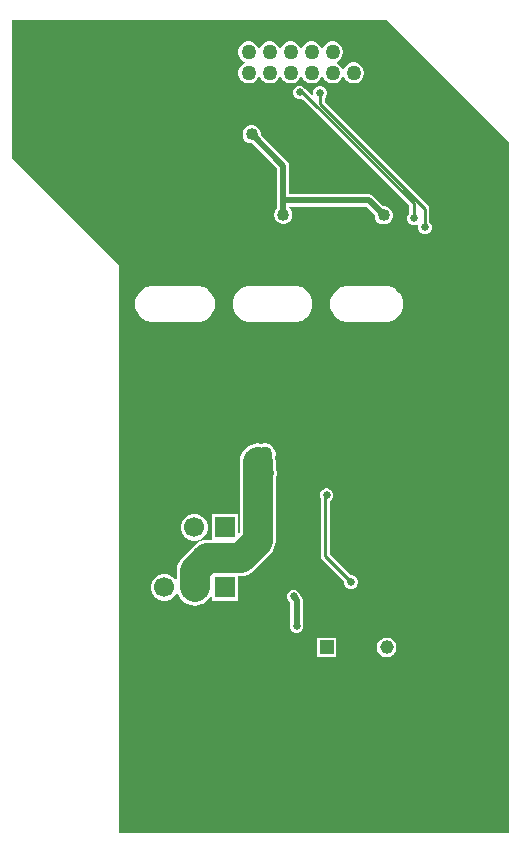
<source format=gbl>
G04*
G04 #@! TF.GenerationSoftware,Altium Limited,Altium Designer,24.7.2 (38)*
G04*
G04 Layer_Physical_Order=2*
G04 Layer_Color=16711680*
%FSLAX44Y44*%
%MOMM*%
G71*
G04*
G04 #@! TF.SameCoordinates,60CCB1E2-045B-4953-842A-C3EC13AC8E9E*
G04*
G04*
G04 #@! TF.FilePolarity,Positive*
G04*
G01*
G75*
%ADD60R,1.1500X1.1500*%
%ADD61C,1.1500*%
%ADD70C,0.2540*%
%ADD71C,0.5080*%
%ADD72C,2.5400*%
%ADD73R,1.7000X1.7000*%
%ADD74C,1.7000*%
%ADD75R,1.2700X1.2700*%
%ADD76C,1.2700*%
%ADD77C,1.0160*%
%ADD78C,0.6350*%
G36*
X1000063Y1019739D02*
Y867410D01*
X1000063Y435037D01*
X669987D01*
Y914400D01*
X669741Y915639D01*
X669039Y916689D01*
X579817Y1005911D01*
Y1033145D01*
Y1095375D01*
Y1123253D01*
X896549D01*
X1000063Y1019739D01*
D02*
G37*
%LPC*%
G36*
X852070Y1104900D02*
X849730D01*
X847469Y1104294D01*
X845441Y1103124D01*
X843786Y1101469D01*
X842686Y1099563D01*
X842010Y1099460D01*
X841334Y1099563D01*
X840234Y1101469D01*
X838579Y1103124D01*
X836551Y1104294D01*
X834290Y1104900D01*
X831950D01*
X829689Y1104294D01*
X827661Y1103124D01*
X826006Y1101469D01*
X824906Y1099563D01*
X824230Y1099460D01*
X823554Y1099563D01*
X822454Y1101469D01*
X820799Y1103124D01*
X818771Y1104294D01*
X816510Y1104900D01*
X814170D01*
X811909Y1104294D01*
X809881Y1103124D01*
X808226Y1101469D01*
X807126Y1099563D01*
X806450Y1099460D01*
X805774Y1099563D01*
X804674Y1101469D01*
X803019Y1103124D01*
X800991Y1104294D01*
X798730Y1104900D01*
X796390D01*
X794129Y1104294D01*
X792101Y1103124D01*
X790446Y1101469D01*
X789346Y1099563D01*
X788670Y1099460D01*
X787994Y1099563D01*
X786894Y1101469D01*
X785239Y1103124D01*
X783211Y1104294D01*
X780950Y1104900D01*
X778610D01*
X776349Y1104294D01*
X774321Y1103124D01*
X772666Y1101469D01*
X771496Y1099441D01*
X770890Y1097180D01*
Y1094840D01*
X771496Y1092579D01*
X772666Y1090551D01*
X774321Y1088896D01*
X776227Y1087796D01*
X776330Y1087120D01*
X776227Y1086444D01*
X774321Y1085344D01*
X772666Y1083689D01*
X771496Y1081661D01*
X770890Y1079400D01*
Y1077060D01*
X771496Y1074799D01*
X772666Y1072771D01*
X774321Y1071116D01*
X776349Y1069946D01*
X778610Y1069340D01*
X780950D01*
X783211Y1069946D01*
X785239Y1071116D01*
X786894Y1072771D01*
X787994Y1074677D01*
X788670Y1074780D01*
X789346Y1074677D01*
X790446Y1072771D01*
X792101Y1071116D01*
X794129Y1069946D01*
X796390Y1069340D01*
X798730D01*
X800991Y1069946D01*
X803019Y1071116D01*
X804674Y1072771D01*
X805774Y1074677D01*
X806450Y1074780D01*
X807126Y1074677D01*
X808226Y1072771D01*
X809881Y1071116D01*
X811909Y1069946D01*
X814170Y1069340D01*
X816510D01*
X818771Y1069946D01*
X820799Y1071116D01*
X822454Y1072771D01*
X823554Y1074677D01*
X824230Y1074780D01*
X824906Y1074677D01*
X826006Y1072771D01*
X827661Y1071116D01*
X829689Y1069946D01*
X831950Y1069340D01*
X834290D01*
X836551Y1069946D01*
X838579Y1071116D01*
X840234Y1072771D01*
X841334Y1074677D01*
X842010Y1074780D01*
X842686Y1074677D01*
X843786Y1072771D01*
X845441Y1071116D01*
X847469Y1069946D01*
X849730Y1069340D01*
X852070D01*
X854331Y1069946D01*
X856359Y1071116D01*
X858014Y1072771D01*
X859114Y1074677D01*
X859790Y1074780D01*
X860466Y1074677D01*
X861566Y1072771D01*
X863221Y1071116D01*
X865249Y1069946D01*
X867510Y1069340D01*
X869850D01*
X872111Y1069946D01*
X874139Y1071116D01*
X875794Y1072771D01*
X876964Y1074799D01*
X877570Y1077060D01*
Y1079400D01*
X876964Y1081661D01*
X875794Y1083689D01*
X874139Y1085344D01*
X872111Y1086514D01*
X869850Y1087120D01*
X867510D01*
X865249Y1086514D01*
X863221Y1085344D01*
X861566Y1083689D01*
X860466Y1081783D01*
X859790Y1081680D01*
X859114Y1081783D01*
X858014Y1083689D01*
X856359Y1085344D01*
X854453Y1086444D01*
X854350Y1087120D01*
X854453Y1087796D01*
X856359Y1088896D01*
X858014Y1090551D01*
X859184Y1092579D01*
X859790Y1094840D01*
Y1097180D01*
X859184Y1099441D01*
X858014Y1101469D01*
X856359Y1103124D01*
X854331Y1104294D01*
X852070Y1104900D01*
D02*
G37*
G36*
X783323Y1033780D02*
X781317D01*
X779379Y1033261D01*
X777641Y1032258D01*
X776223Y1030839D01*
X775219Y1029101D01*
X774700Y1027163D01*
Y1025157D01*
X775219Y1023219D01*
X776223Y1021481D01*
X777641Y1020062D01*
X779379Y1019059D01*
X781317Y1018540D01*
X782615D01*
X804020Y997135D01*
Y970280D01*
Y963594D01*
X803102Y962676D01*
X802099Y960938D01*
X801580Y959000D01*
Y956994D01*
X802099Y955056D01*
X803102Y953318D01*
X804521Y951899D01*
X806259Y950896D01*
X808197Y950377D01*
X810203D01*
X812141Y950896D01*
X813879Y951899D01*
X815297Y953318D01*
X816301Y955056D01*
X816820Y956994D01*
Y959000D01*
X816301Y960938D01*
X815297Y962676D01*
X814380Y963594D01*
Y965100D01*
X879235D01*
X886460Y957875D01*
Y956577D01*
X886979Y954639D01*
X887982Y952901D01*
X889401Y951482D01*
X891139Y950479D01*
X893077Y949960D01*
X895083D01*
X897021Y950479D01*
X898759Y951482D01*
X900178Y952901D01*
X901181Y954639D01*
X901700Y956577D01*
Y958583D01*
X901181Y960521D01*
X900178Y962259D01*
X898759Y963678D01*
X897021Y964681D01*
X895083Y965200D01*
X893785D01*
X885042Y973942D01*
X883362Y975065D01*
X881380Y975460D01*
X814380D01*
Y999280D01*
X813985Y1001262D01*
X812862Y1002943D01*
X789940Y1025865D01*
Y1027163D01*
X789421Y1029101D01*
X788418Y1030839D01*
X786999Y1032258D01*
X785261Y1033261D01*
X783323Y1033780D01*
D02*
G37*
G36*
X824097Y1067435D02*
X821823D01*
X819723Y1066565D01*
X818115Y1064957D01*
X817245Y1062857D01*
Y1060583D01*
X818115Y1058483D01*
X819723Y1056875D01*
X821823Y1056005D01*
X824097D01*
X825246Y1056481D01*
X915595Y966131D01*
Y959238D01*
X914635Y958277D01*
X913765Y956177D01*
Y953903D01*
X914635Y951803D01*
X916243Y950195D01*
X918343Y949325D01*
X920617D01*
X922568Y950133D01*
X923033Y949868D01*
X923593Y949288D01*
X923290Y948557D01*
Y946283D01*
X924160Y944183D01*
X925768Y942575D01*
X927868Y941705D01*
X930142D01*
X932242Y942575D01*
X933850Y944183D01*
X934720Y946283D01*
Y948557D01*
X933850Y950657D01*
X932890Y951618D01*
Y963295D01*
X932594Y964782D01*
X931752Y966042D01*
X926657Y971136D01*
X926037Y972065D01*
X844130Y1053971D01*
Y1057028D01*
X845091Y1057989D01*
X845961Y1060089D01*
Y1062363D01*
X845091Y1064463D01*
X843483Y1066071D01*
X841383Y1066941D01*
X839109D01*
X837009Y1066071D01*
X835401Y1064463D01*
X834531Y1062363D01*
Y1060089D01*
X834609Y1059901D01*
X833532Y1059182D01*
X828976Y1063738D01*
X828055Y1064353D01*
X827805Y1064957D01*
X826197Y1066565D01*
X824097Y1067435D01*
D02*
G37*
G36*
X897022Y897940D02*
X862563D01*
X862231Y897874D01*
X861893Y897851D01*
X858663Y896986D01*
X858359Y896836D01*
X858038Y896727D01*
X855142Y895055D01*
X854887Y894832D01*
X854606Y894644D01*
X852241Y892279D01*
X852053Y891998D01*
X851830Y891743D01*
X850158Y888847D01*
X850049Y888526D01*
X849899Y888222D01*
X849034Y884992D01*
X849011Y884654D01*
X848945Y884322D01*
Y880978D01*
X849011Y880646D01*
X849034Y880308D01*
X849899Y877078D01*
X850049Y876774D01*
X850158Y876453D01*
X851830Y873557D01*
X852053Y873303D01*
X852241Y873021D01*
X854606Y870656D01*
X854887Y870468D01*
X855142Y870245D01*
X858038Y868573D01*
X858359Y868464D01*
X858663Y868314D01*
X861893Y867449D01*
X862231Y867426D01*
X862563Y867360D01*
X897022D01*
X897354Y867426D01*
X897692Y867449D01*
X900922Y868314D01*
X901226Y868464D01*
X901547Y868573D01*
X904443Y870245D01*
X904697Y870468D01*
X904979Y870656D01*
X907344Y873021D01*
X907532Y873303D01*
X907755Y873557D01*
X909427Y876453D01*
X909536Y876774D01*
X909686Y877078D01*
X910552Y880308D01*
X910574Y880646D01*
X910640Y880978D01*
Y884322D01*
X910574Y884654D01*
X910552Y884992D01*
X909686Y888222D01*
X909536Y888526D01*
X909427Y888847D01*
X907755Y891743D01*
X907532Y891998D01*
X907344Y892279D01*
X904979Y894644D01*
X904697Y894832D01*
X904443Y895055D01*
X901547Y896727D01*
X901226Y896836D01*
X900922Y896986D01*
X897692Y897851D01*
X897354Y897874D01*
X897022Y897940D01*
D02*
G37*
G36*
X820187D02*
X780013D01*
X779681Y897874D01*
X779343Y897851D01*
X776113Y896986D01*
X775809Y896836D01*
X775488Y896727D01*
X772592Y895055D01*
X772337Y894832D01*
X772056Y894644D01*
X769691Y892279D01*
X769503Y891998D01*
X769280Y891743D01*
X767608Y888847D01*
X767499Y888526D01*
X767349Y888222D01*
X766484Y884992D01*
X766461Y884654D01*
X766395Y884322D01*
Y880978D01*
X766461Y880646D01*
X766484Y880308D01*
X767349Y877078D01*
X767499Y876774D01*
X767608Y876453D01*
X769280Y873557D01*
X769503Y873303D01*
X769691Y873021D01*
X772056Y870656D01*
X772337Y870468D01*
X772592Y870245D01*
X775488Y868573D01*
X775809Y868464D01*
X776113Y868314D01*
X779343Y867449D01*
X779681Y867426D01*
X780013Y867360D01*
X820187D01*
X820519Y867426D01*
X820857Y867449D01*
X824087Y868314D01*
X824391Y868464D01*
X824712Y868573D01*
X827608Y870245D01*
X827862Y870468D01*
X828144Y870656D01*
X830509Y873021D01*
X830697Y873303D01*
X830920Y873557D01*
X832592Y876453D01*
X832701Y876774D01*
X832851Y877078D01*
X833717Y880308D01*
X833739Y880646D01*
X833805Y880978D01*
Y884322D01*
X833739Y884654D01*
X833717Y884992D01*
X832851Y888222D01*
X832701Y888526D01*
X832592Y888847D01*
X830920Y891743D01*
X830697Y891998D01*
X830509Y892279D01*
X828144Y894644D01*
X827862Y894832D01*
X827608Y895055D01*
X824712Y896727D01*
X824391Y896836D01*
X824087Y896986D01*
X820857Y897851D01*
X820519Y897874D01*
X820187Y897940D01*
D02*
G37*
G36*
X737637D02*
X697463D01*
X697131Y897874D01*
X696793Y897851D01*
X693563Y896986D01*
X693259Y896836D01*
X692938Y896727D01*
X690042Y895055D01*
X689788Y894832D01*
X689506Y894644D01*
X687141Y892279D01*
X686953Y891998D01*
X686730Y891743D01*
X685058Y888847D01*
X684949Y888526D01*
X684799Y888222D01*
X683933Y884992D01*
X683911Y884654D01*
X683845Y884322D01*
Y880978D01*
X683911Y880646D01*
X683933Y880308D01*
X684799Y877078D01*
X684949Y876774D01*
X685058Y876453D01*
X686730Y873557D01*
X686953Y873303D01*
X687141Y873021D01*
X689506Y870656D01*
X689788Y870468D01*
X690042Y870245D01*
X692938Y868573D01*
X693259Y868464D01*
X693563Y868314D01*
X696793Y867449D01*
X697131Y867426D01*
X697463Y867360D01*
X737637D01*
X737969Y867426D01*
X738307Y867449D01*
X741537Y868314D01*
X741841Y868464D01*
X742162Y868573D01*
X745058Y870245D01*
X745312Y870468D01*
X745594Y870656D01*
X747959Y873021D01*
X748147Y873303D01*
X748370Y873557D01*
X750042Y876453D01*
X750151Y876774D01*
X750301Y877078D01*
X751167Y880308D01*
X751189Y880646D01*
X751255Y880978D01*
Y884322D01*
X751189Y884654D01*
X751167Y884992D01*
X750301Y888222D01*
X750151Y888526D01*
X750042Y888847D01*
X748370Y891743D01*
X748147Y891998D01*
X747959Y892279D01*
X745594Y894644D01*
X745312Y894832D01*
X745058Y895055D01*
X742162Y896727D01*
X741841Y896836D01*
X741537Y896986D01*
X738307Y897851D01*
X737969Y897874D01*
X737637Y897940D01*
D02*
G37*
G36*
X787400Y764590D02*
X784412Y764296D01*
X781540Y763424D01*
X778892Y762009D01*
X776572Y760105D01*
X774667Y757784D01*
X773252Y755137D01*
X772381Y752264D01*
X772086Y749276D01*
Y688864D01*
X771770Y688644D01*
X770500Y689309D01*
Y704460D01*
X748420D01*
Y682835D01*
X744831D01*
X744831Y682835D01*
X741843Y682541D01*
X738970Y681669D01*
X736323Y680254D01*
X734002Y678350D01*
X723232Y667579D01*
X721327Y665258D01*
X719912Y662611D01*
X719041Y659738D01*
X718746Y656750D01*
Y649510D01*
X717520Y649182D01*
X717394Y649399D01*
X715339Y651454D01*
X712821Y652908D01*
X710013Y653660D01*
X707107D01*
X704299Y652908D01*
X701781Y651454D01*
X699726Y649399D01*
X698272Y646881D01*
X697520Y644073D01*
Y641167D01*
X698272Y638359D01*
X699726Y635841D01*
X701781Y633786D01*
X704299Y632332D01*
X707107Y631580D01*
X710013D01*
X712821Y632332D01*
X715339Y633786D01*
X717394Y635841D01*
X718357Y637509D01*
X719733Y637351D01*
X719912Y636760D01*
X721327Y634112D01*
X723232Y631791D01*
X725552Y629887D01*
X728200Y628472D01*
X731072Y627601D01*
X734060Y627306D01*
X737048Y627601D01*
X739920Y628472D01*
X742568Y629887D01*
X744889Y631791D01*
X746793Y634112D01*
X747250Y634967D01*
X748520Y634649D01*
Y631580D01*
X770600D01*
Y652207D01*
X773191D01*
X776179Y652502D01*
X779052Y653373D01*
X781699Y654788D01*
X784020Y656693D01*
X798229Y670901D01*
X800133Y673222D01*
X801548Y675869D01*
X802420Y678742D01*
X802714Y681730D01*
X802714Y681730D01*
Y734686D01*
X803304Y735709D01*
X803910Y737970D01*
Y740310D01*
X803304Y742571D01*
X802714Y743594D01*
Y749276D01*
X802420Y752264D01*
X802221Y752917D01*
X802640Y754480D01*
Y756820D01*
X802034Y759081D01*
X800864Y761109D01*
X799209Y762764D01*
X797181Y763934D01*
X794920Y764540D01*
X792580D01*
X790988Y764114D01*
X790388Y764296D01*
X787400Y764590D01*
D02*
G37*
G36*
X735413Y704460D02*
X732507D01*
X729699Y703708D01*
X727181Y702254D01*
X725126Y700199D01*
X723672Y697681D01*
X722920Y694873D01*
Y691967D01*
X723672Y689159D01*
X725126Y686641D01*
X727181Y684586D01*
X729699Y683132D01*
X732507Y682380D01*
X735413D01*
X738221Y683132D01*
X740739Y684586D01*
X742794Y686641D01*
X744248Y689159D01*
X745000Y691967D01*
Y694873D01*
X744248Y697681D01*
X742794Y700199D01*
X740739Y702254D01*
X738221Y703708D01*
X735413Y704460D01*
D02*
G37*
G36*
X846957Y726440D02*
X844683D01*
X842583Y725570D01*
X840975Y723962D01*
X840105Y721862D01*
Y719588D01*
X840665Y718235D01*
Y669290D01*
X840961Y667803D01*
X841803Y666543D01*
X860878Y647468D01*
Y646110D01*
X861748Y644009D01*
X863356Y642402D01*
X865457Y641532D01*
X867730D01*
X869831Y642402D01*
X871438Y644009D01*
X872308Y646110D01*
Y648383D01*
X871438Y650484D01*
X869831Y652092D01*
X867730Y652962D01*
X866372D01*
X848435Y670899D01*
Y715622D01*
X849057Y715880D01*
X850665Y717488D01*
X851535Y719588D01*
Y721862D01*
X850665Y723962D01*
X849057Y725570D01*
X846957Y726440D01*
D02*
G37*
G36*
X819017Y640715D02*
X816743D01*
X814643Y639845D01*
X813035Y638237D01*
X812165Y636137D01*
Y633863D01*
X813035Y631763D01*
X814643Y630155D01*
X815240Y629907D01*
Y612030D01*
X814705Y610737D01*
Y608463D01*
X815575Y606363D01*
X817183Y604755D01*
X819283Y603885D01*
X821557D01*
X823657Y604755D01*
X825265Y606363D01*
X826135Y608463D01*
Y610737D01*
X825600Y612030D01*
Y632116D01*
X825205Y634099D01*
X824082Y635779D01*
X823503Y636358D01*
X822725Y638237D01*
X821117Y639845D01*
X819017Y640715D01*
D02*
G37*
G36*
X897711Y600110D02*
X895529D01*
X893420Y599545D01*
X891530Y598454D01*
X889986Y596910D01*
X888895Y595020D01*
X888330Y592911D01*
Y590729D01*
X888895Y588620D01*
X889986Y586730D01*
X891530Y585186D01*
X893420Y584095D01*
X895529Y583530D01*
X897711D01*
X899820Y584095D01*
X901710Y585186D01*
X903254Y586730D01*
X904345Y588620D01*
X904910Y590729D01*
Y592911D01*
X904345Y595020D01*
X903254Y596910D01*
X901710Y598454D01*
X899820Y599545D01*
X897711Y600110D01*
D02*
G37*
G36*
X854110D02*
X837530D01*
Y583530D01*
X854110D01*
Y600110D01*
D02*
G37*
%LPD*%
D60*
X845820Y591820D02*
D03*
D61*
X871220Y566420D02*
D03*
X896620Y591820D02*
D03*
D70*
X923290Y969010D02*
X929005Y963295D01*
X840246Y1052362D02*
X923290Y969318D01*
X929005Y947420D02*
Y963295D01*
X840246Y1052362D02*
Y1061226D01*
X923290Y969010D02*
Y969318D01*
X844550Y669290D02*
X866593Y647247D01*
X845820Y719694D02*
Y720725D01*
X844550Y669290D02*
Y718424D01*
X845820Y719694D01*
X919480Y955040D02*
Y967740D01*
X826229Y1060991D02*
X919480Y967740D01*
X823689Y1060991D02*
X826229D01*
X822960Y1061720D02*
X823689Y1060991D01*
D71*
X817880Y634656D02*
X820420Y632116D01*
X817880Y634656D02*
Y635000D01*
X820420Y609600D02*
Y632116D01*
X809200Y970280D02*
Y999280D01*
Y957997D02*
Y970280D01*
X881380D01*
X894080Y957580D01*
X782320Y1026160D02*
X809200Y999280D01*
D72*
X787400Y681730D02*
Y749276D01*
X744831Y667521D02*
X773191D01*
X787400Y681730D01*
X734060Y656750D02*
X744831Y667521D01*
X734060Y642620D02*
Y656750D01*
D73*
X759560Y642620D02*
D03*
X759460Y693420D02*
D03*
D74*
X734060Y642620D02*
D03*
X708560D02*
D03*
X733960Y693420D02*
D03*
X708460D02*
D03*
D75*
X886460Y1096010D02*
D03*
D76*
X868680D02*
D03*
X850900D02*
D03*
X833120D02*
D03*
X815340D02*
D03*
X797560D02*
D03*
X779780D02*
D03*
X886460Y1078230D02*
D03*
X868680D02*
D03*
X850900D02*
D03*
X833120D02*
D03*
X815340D02*
D03*
X797560D02*
D03*
X779780D02*
D03*
X795020Y739140D02*
D03*
X781264Y746826D02*
D03*
X781050Y730250D02*
D03*
X793750Y755650D02*
D03*
D77*
X975360Y1013460D02*
D03*
X984250Y995680D02*
D03*
X975360Y977900D02*
D03*
X984250Y960120D02*
D03*
X975360Y942340D02*
D03*
X984250Y924560D02*
D03*
X975360Y906780D02*
D03*
X984250Y889000D02*
D03*
X975360Y871220D02*
D03*
X984250Y853440D02*
D03*
Y640080D02*
D03*
X975360Y622300D02*
D03*
X984250Y604520D02*
D03*
X975360Y586740D02*
D03*
X984250Y568960D02*
D03*
X957580Y1049020D02*
D03*
X966470Y995680D02*
D03*
Y960120D02*
D03*
X957580Y942340D02*
D03*
X966470Y924560D02*
D03*
X957580Y906780D02*
D03*
X966470Y889000D02*
D03*
X957580Y871220D02*
D03*
Y800100D02*
D03*
Y764540D02*
D03*
Y728980D02*
D03*
X966470Y604520D02*
D03*
X957580Y586740D02*
D03*
X966470Y568960D02*
D03*
Y497840D02*
D03*
X939800Y1049020D02*
D03*
X948690Y782320D02*
D03*
Y746760D02*
D03*
Y604520D02*
D03*
X939800Y586740D02*
D03*
X948690Y568960D02*
D03*
Y497840D02*
D03*
X922020Y1084580D02*
D03*
X930910Y1066800D02*
D03*
Y711200D02*
D03*
X922020Y586740D02*
D03*
X930910Y568960D02*
D03*
X922020Y551180D02*
D03*
Y444500D02*
D03*
X904240Y1084580D02*
D03*
X913130Y1066800D02*
D03*
X904240Y906780D02*
D03*
Y764540D02*
D03*
X913130Y711200D02*
D03*
Y568960D02*
D03*
X904240Y551180D02*
D03*
X913130Y533400D02*
D03*
X904240Y444500D02*
D03*
X895350Y1066800D02*
D03*
X886460Y1049020D02*
D03*
Y906780D02*
D03*
Y835660D02*
D03*
Y764540D02*
D03*
X895350Y746760D02*
D03*
Y640080D02*
D03*
Y568960D02*
D03*
X886460Y551180D02*
D03*
X895350Y533400D02*
D03*
X886460Y515620D02*
D03*
X895350Y497840D02*
D03*
X886460Y444500D02*
D03*
X877570Y1066800D02*
D03*
X868680Y906780D02*
D03*
X877570Y853440D02*
D03*
X868680Y835660D02*
D03*
Y764540D02*
D03*
X877570Y746760D02*
D03*
X868680Y586740D02*
D03*
Y551180D02*
D03*
X877570Y497840D02*
D03*
X868680Y444500D02*
D03*
X850900Y1013460D02*
D03*
X859790Y995680D02*
D03*
X850900Y906780D02*
D03*
X859790Y853440D02*
D03*
X850900Y835660D02*
D03*
Y764540D02*
D03*
X859790Y746760D02*
D03*
Y711200D02*
D03*
X850900Y551180D02*
D03*
X859790Y497840D02*
D03*
X850900Y444500D02*
D03*
X833120Y1013460D02*
D03*
X842010Y995680D02*
D03*
X833120Y906780D02*
D03*
X842010Y889000D02*
D03*
Y853440D02*
D03*
X833120Y835660D02*
D03*
Y764540D02*
D03*
X842010Y746760D02*
D03*
X833120Y728980D02*
D03*
X842010Y568960D02*
D03*
X833120Y551180D02*
D03*
X842010Y533400D02*
D03*
X833120Y444500D02*
D03*
X824230Y995680D02*
D03*
Y924560D02*
D03*
X815340Y906780D02*
D03*
X824230Y853440D02*
D03*
X815340Y835660D02*
D03*
X824230Y817880D02*
D03*
Y746760D02*
D03*
X815340Y728980D02*
D03*
Y515620D02*
D03*
X824230Y497840D02*
D03*
X815340Y444500D02*
D03*
X806450Y1066800D02*
D03*
X797560Y906780D02*
D03*
X806450Y853440D02*
D03*
X797560Y835660D02*
D03*
X806450Y817880D02*
D03*
X797560Y800100D02*
D03*
X806450Y604520D02*
D03*
X797560Y586740D02*
D03*
X806450Y568960D02*
D03*
X797560Y551180D02*
D03*
X806450Y533400D02*
D03*
X797560Y515620D02*
D03*
X806450Y497840D02*
D03*
X797560Y444500D02*
D03*
X788670Y1066800D02*
D03*
Y924560D02*
D03*
X779780Y906780D02*
D03*
X788670Y853440D02*
D03*
X779780Y835660D02*
D03*
X788670Y817880D02*
D03*
Y782320D02*
D03*
X779780Y622300D02*
D03*
Y586740D02*
D03*
X788670Y568960D02*
D03*
X779780Y551180D02*
D03*
X788670Y533400D02*
D03*
X779780Y515620D02*
D03*
X788670Y497840D02*
D03*
X779780Y444500D02*
D03*
X770890Y1066800D02*
D03*
X762000Y1013460D02*
D03*
Y906780D02*
D03*
Y871220D02*
D03*
X770890Y853440D02*
D03*
X762000Y835660D02*
D03*
Y764540D02*
D03*
Y622300D02*
D03*
Y551180D02*
D03*
X770890Y533400D02*
D03*
X762000Y515620D02*
D03*
Y444500D02*
D03*
X744220Y1013460D02*
D03*
Y906780D02*
D03*
X753110Y853440D02*
D03*
X744220Y728980D02*
D03*
X753110Y711200D02*
D03*
X744220Y551180D02*
D03*
X753110Y533400D02*
D03*
X744220Y515620D02*
D03*
Y444500D02*
D03*
X735330Y1031240D02*
D03*
X726440Y1013460D02*
D03*
X735330Y960120D02*
D03*
X726440Y906780D02*
D03*
X735330Y853440D02*
D03*
X726440Y764540D02*
D03*
X735330Y746760D02*
D03*
X726440Y728980D02*
D03*
Y551180D02*
D03*
X735330Y533400D02*
D03*
X726440Y515620D02*
D03*
Y444500D02*
D03*
X717550Y1102360D02*
D03*
X708660Y1084580D02*
D03*
X717550Y1031240D02*
D03*
X708660Y1013460D02*
D03*
Y977900D02*
D03*
Y906780D02*
D03*
X717550Y711200D02*
D03*
X708660Y586740D02*
D03*
X717550Y568960D02*
D03*
X708660Y551180D02*
D03*
X717550Y533400D02*
D03*
X708660Y515620D02*
D03*
X717550Y497840D02*
D03*
X708660Y480060D02*
D03*
X717550Y462280D02*
D03*
X708660Y444500D02*
D03*
X699770Y1102360D02*
D03*
Y1031240D02*
D03*
X690880Y1013460D02*
D03*
Y977900D02*
D03*
X699770Y960120D02*
D03*
Y924560D02*
D03*
X690880Y906780D02*
D03*
Y800100D02*
D03*
X699770Y782320D02*
D03*
Y711200D02*
D03*
X690880Y693420D02*
D03*
X699770Y675640D02*
D03*
X690880Y622300D02*
D03*
X699770Y604520D02*
D03*
X690880Y586740D02*
D03*
X699770Y568960D02*
D03*
X690880Y551180D02*
D03*
X699770Y533400D02*
D03*
X690880Y515620D02*
D03*
X699770Y497840D02*
D03*
X690880Y480060D02*
D03*
X699770Y462280D02*
D03*
X690880Y444500D02*
D03*
X681990Y1102360D02*
D03*
X673100Y1013460D02*
D03*
X681990Y782320D02*
D03*
Y711200D02*
D03*
Y675640D02*
D03*
Y640080D02*
D03*
Y604520D02*
D03*
Y568960D02*
D03*
Y533400D02*
D03*
Y497840D02*
D03*
Y462280D02*
D03*
X655320Y1084580D02*
D03*
Y1049020D02*
D03*
X664210Y1031240D02*
D03*
X655320Y942340D02*
D03*
X637540Y1084580D02*
D03*
X646430Y1031240D02*
D03*
X619760Y1084580D02*
D03*
X628650Y1031240D02*
D03*
X782320Y1026160D02*
D03*
X894080Y957580D02*
D03*
X809200Y957997D02*
D03*
D78*
X820420Y609600D02*
D03*
X817880Y635000D02*
D03*
X866593Y647247D02*
D03*
X845820Y720725D02*
D03*
X919480Y955040D02*
D03*
X929005Y947420D02*
D03*
X822960Y1061720D02*
D03*
X840246Y1061226D02*
D03*
M02*

</source>
